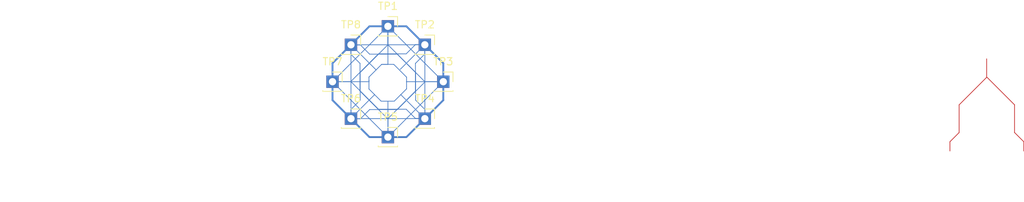
<source format=kicad_pcb>
(kicad_pcb (version 20211014) (generator pcbnew)
  (layers (0 "F.Cu" signal) (31 "B.Cu" signal) (34 "B.Paste" user) (35 "F.Paste" user) (36 "B.SilkS" user "B.Silkscreen") (37 "F.SilkS" user "F.Silkscreen") (38 "B.Mask" user) (39 "F.Mask" user) (44 "Edge.Cuts" user))
  (net 0 "")
  (net 1 "Net-(nor1-Pad1)")
  (footprint "Connector_PinSocket_2.54mm:PinSocket_1x01_P2.54mm_Vertical" (layer "F.Cu") (at 130.81 83.820001)
    (fp_text reference "TP7" (at 0 -2.77) (layer "F.SilkS"))
    (fp_text value "TestPoint_Small")
    (fp_line (start 1.33 -1.33) (end 1.33 0) (layer "F.SilkS") (width 0.12))
    (fp_line (start -1.33 1.33) (end 1.33 1.33) (layer "F.SilkS") (width 0.12))
    (fp_line (start 0 -1.33) (end 1.33 -1.33) (layer "F.SilkS") (width 0.12))
    (fp_line (start -1.33 1.21) (end -1.33 1.33) (layer "F.SilkS") (width 0.12))
    (fp_line (start 1.33 1.21) (end 1.33 1.33) (layer "F.SilkS") (width 0.12))
    (pad "1" thru_hole rect (at 0 0) (size 1.7 1.7) (drill 1) (layers *.Cu *.Mask) (net 1 "Net-(nor1-Pad1)"))
  )
  (footprint "Connector_PinSocket_2.54mm:PinSocket_1x01_P2.54mm_Vertical" (layer "F.Cu") (at 138.43 91.440001)
    (fp_text reference "TP5" (at 0 -2.77) (layer "F.SilkS"))
    (fp_text value "TestPoint_Small")
    (fp_line (start 0 -1.33) (end 1.33 -1.33) (layer "F.SilkS") (width 0.12))
    (fp_line (start 1.33 -1.33) (end 1.33 0) (layer "F.SilkS") (width 0.12))
    (fp_line (start -1.33 1.21) (end -1.33 1.33) (layer "F.SilkS") (width 0.12))
    (fp_line (start -1.33 1.33) (end 1.33 1.33) (layer "F.SilkS") (width 0.12))
    (fp_line (start 1.33 1.21) (end 1.33 1.33) (layer "F.SilkS") (width 0.12))
    (pad "1" thru_hole rect (at 0 0) (size 1.7 1.7) (drill 1) (layers *.Cu *.Mask) (net 1 "Net-(nor1-Pad1)"))
  )
  (footprint "Connector_PinSocket_2.54mm:PinSocket_1x01_P2.54mm_Vertical" (layer "F.Cu") (at 146.050001 83.820002)
    (fp_text reference "TP3" (at 0 -2.77) (layer "F.SilkS"))
    (fp_text value "TestPoint_Small")
    (fp_line (start 1.33 -1.33) (end 1.33 0) (layer "F.SilkS") (width 0.12))
    (fp_line (start 0 -1.33) (end 1.33 -1.33) (layer "F.SilkS") (width 0.12))
    (fp_line (start -1.33 1.21) (end -1.33 1.33) (layer "F.SilkS") (width 0.12))
    (fp_line (start 1.33 1.21) (end 1.33 1.33) (layer "F.SilkS") (width 0.12))
    (fp_line (start -1.33 1.33) (end 1.33 1.33) (layer "F.SilkS") (width 0.12))
    (pad "1" thru_hole rect (at 0 0) (size 1.7 1.7) (drill 1) (layers *.Cu *.Mask) (net 1 "Net-(nor1-Pad1)"))
  )
  (footprint "Connector_PinSocket_2.54mm:PinSocket_1x01_P2.54mm_Vertical" (layer "F.Cu") (at 138.429999 76.200001)
    (fp_text reference "TP1" (at 0 -2.77) (layer "F.SilkS"))
    (fp_text value "TestPoint_Small")
    (fp_line (start 1.33 1.21) (end 1.33 1.33) (layer "F.SilkS") (width 0.12))
    (fp_line (start 0 -1.33) (end 1.33 -1.33) (layer "F.SilkS") (width 0.12))
    (fp_line (start -1.33 1.33) (end 1.33 1.33) (layer "F.SilkS") (width 0.12))
    (fp_line (start -1.33 1.21) (end -1.33 1.33) (layer "F.SilkS") (width 0.12))
    (fp_line (start 1.33 -1.33) (end 1.33 0) (layer "F.SilkS") (width 0.12))
    (pad "1" thru_hole rect (at 0 0) (size 1.7 1.7) (drill 1) (layers *.Cu *.Mask) (net 1 "Net-(nor1-Pad1)"))
  )
  (footprint "Connector_PinSocket_2.54mm:PinSocket_1x01_P2.54mm_Vertical" (layer "F.Cu") (at 133.349999 78.74)
    (fp_text reference "TP8" (at 0 -2.77) (layer "F.SilkS"))
    (fp_text value "TestPoint_Small")
    (fp_line (start -1.33 1.21) (end -1.33 1.33) (layer "F.SilkS") (width 0.12))
    (fp_line (start 1.33 1.21) (end 1.33 1.33) (layer "F.SilkS") (width 0.12))
    (fp_line (start -1.33 1.33) (end 1.33 1.33) (layer "F.SilkS") (width 0.12))
    (fp_line (start 1.33 -1.33) (end 1.33 0) (layer "F.SilkS") (width 0.12))
    (fp_line (start 0 -1.33) (end 1.33 -1.33) (layer "F.SilkS") (width 0.12))
    (pad "1" thru_hole rect (at 0 0) (size 1.7 1.7) (drill 1) (layers *.Cu *.Mask) (net 1 "Net-(nor1-Pad1)"))
  )
  (footprint "Connector_PinSocket_2.54mm:PinSocket_1x01_P2.54mm_Vertical" (layer "F.Cu") (at 133.35 88.899999)
    (fp_text reference "TP6" (at 0 -2.77) (layer "F.SilkS"))
    (fp_text value "TestPoint_Small")
    (fp_line (start -1.33 1.21) (end -1.33 1.33) (layer "F.SilkS") (width 0.12))
    (fp_line (start -1.33 1.33) (end 1.33 1.33) (layer "F.SilkS") (width 0.12))
    (fp_line (start 0 -1.33) (end 1.33 -1.33) (layer "F.SilkS") (width 0.12))
    (fp_line (start 1.33 1.21) (end 1.33 1.33) (layer "F.SilkS") (width 0.12))
    (fp_line (start 1.33 -1.33) (end 1.33 0) (layer "F.SilkS") (width 0.12))
    (pad "1" thru_hole rect (at 0 0) (size 1.7 1.7) (drill 1) (layers *.Cu *.Mask) (net 1 "Net-(nor1-Pad1)"))
  )
  (footprint "Connector_PinSocket_2.54mm:PinSocket_1x01_P2.54mm_Vertical" (layer "F.Cu") (at 143.509999 78.74)
    (fp_text reference "TP2" (at 0 -2.77) (layer "F.SilkS"))
    (fp_text value "TestPoint_Small")
    (fp_line (start 0 -1.33) (end 1.33 -1.33) (layer "F.SilkS") (width 0.12))
    (fp_line (start 1.33 -1.33) (end 1.33 0) (layer "F.SilkS") (width 0.12))
    (fp_line (start -1.33 1.33) (end 1.33 1.33) (layer "F.SilkS") (width 0.12))
    (fp_line (start -1.33 1.21) (end -1.33 1.33) (layer "F.SilkS") (width 0.12))
    (fp_line (start 1.33 1.21) (end 1.33 1.33) (layer "F.SilkS") (width 0.12))
    (pad "1" thru_hole rect (at 0 0) (size 1.7 1.7) (drill 1) (layers *.Cu *.Mask) (net 1 "Net-(nor1-Pad1)"))
  )
  (footprint "Connector_PinSocket_2.54mm:PinSocket_1x01_P2.54mm_Vertical" (layer "F.Cu") (at 143.509999 88.9)
    (fp_text reference "TP4" (at 0 -2.77) (layer "F.SilkS"))
    (fp_text value "TestPoint_Small")
    (fp_line (start -1.33 1.33) (end 1.33 1.33) (layer "F.SilkS") (width 0.12))
    (fp_line (start 1.33 1.21) (end 1.33 1.33) (layer "F.SilkS") (width 0.12))
    (fp_line (start 0 -1.33) (end 1.33 -1.33) (layer "F.SilkS") (width 0.12))
    (fp_line (start 1.33 -1.33) (end 1.33 0) (layer "F.SilkS") (width 0.12))
    (fp_line (start -1.33 1.21) (end -1.33 1.33) (layer "F.SilkS") (width 0.12))
    (pad "1" thru_hole rect (at 0 0) (size 1.7 1.7) (drill 1) (layers *.Cu *.Mask) (net 1 "Net-(nor1-Pad1)"))
  )
  (segment (start 220.785602 80.674398) (end 220.785602 83.214398) (width 0.1) (layer "F.Cu") (net 1))
  (segment (start 217 90.81) (end 215.73 92.08) (width 0.1) (layer "F.Cu") (net 1))
  (segment (start 224.62 90.81) (end 224.62 87) (width 0.1) (layer "F.Cu") (net 1))
  (segment (start 215.73 92.08) (end 215.73 93.35) (width 0.1) (layer "F.Cu") (net 1))
  (segment (start 224.62 87) (end 220.81 83.19) (width 0.1) (layer "F.Cu") (net 1))
  (segment (start 225.89 92.08) (end 224.62 90.81) (width 0.1) (layer "F.Cu") (net 1))
  (segment (start 220.785602 83.214398) (end 217 87) (width 0.1) (layer "F.Cu") (net 1))
  (segment (start 217 87) (end 217 90.81) (width 0.1) (layer "F.Cu") (net 1))
  (segment (start 225.89 93.35) (end 225.89 92.08) (width 0.1) (layer "F.Cu") (net 1))
  (segment (start 138.405602 78.764399) (end 134.620001 82.550001) (width 0.1) (layer "B.Cu") (net 1))
  (segment (start 130.81 83.820001) (end 138.43 91.440001) (width 0.1) (layer "B.Cu") (net 1))
  (segment (start 143.509999 78.74) (end 146.05 81.28) (width 0.25) (layer "B.Cu") (net 1))
  (segment (start 143.509999 88.9) (end 140.97 91.440001) (width 0.25) (layer "B.Cu") (net 1))
  (segment (start 133.325602 80.034399) (end 134.595602 81.304399) (width 0.1) (layer "B.Cu") (net 1))
  (segment (start 134.620001 82.550001) (end 134.62 86.36) (width 0.1) (layer "B.Cu") (net 1))
  (segment (start 138.43 88.900001) (end 142.215602 85.114399) (width 0.1) (layer "B.Cu") (net 1))
  (segment (start 140.945603 79.985603) (end 137.135602 79.985603) (width 0.1) (layer "B.Cu") (net 1))
  (segment (start 130.81 83.820001) (end 130.81 81.28) (width 0.25) (layer "B.Cu") (net 1))
  (segment (start 133.35 88.85) (end 136.6 85.6) (width 0.1) (layer "B.Cu") (net 1))
  (segment (start 134.62 86.36) (end 133.349999 87.630001) (width 0.1) (layer "B.Cu") (net 1))
  (segment (start 140.97 76.2) (end 143.509999 78.74) (width 0.25) (layer "B.Cu") (net 1))
  (segment (start 135.914398 87.654399) (end 139.724398 87.654398) (width 0.1) (layer "B.Cu") (net 1))
  (segment (start 140.2 85.6) (end 139.3 86.5) (width 0.1) (layer "B.Cu") (net 1))
  (segment (start 138.429999 76.200001) (end 130.81 83.820001) (width 0.1) (layer "B.Cu") (net 1))
  (segment (start 133.325602 78.764399) (end 133.325602 80.034399) (width 0.1) (layer "B.Cu") (net 1))
  (segment (start 138.43 78.740001) (end 138.429999 76.200001) (width 0.1) (layer "B.Cu") (net 1))
  (segment (start 133.349999 78.74) (end 143.509999 78.74) (width 0.1) (layer "B.Cu") (net 1))
  (segment (start 135.914398 80.034399) (end 134.644398 78.764399) (width 0.1) (layer "B.Cu") (net 1))
  (segment (start 138.405601 76.224399) (end 138.405602 78.764399) (width 0.1) (layer "B.Cu") (net 1))
  (segment (start 142.215602 81.304399) (end 143.485602 80.034399) (width 0.1) (layer "B.Cu") (net 1))
  (segment (start 136.804999 82.195001) (end 133.349999 78.74) (width 0.1) (layer "B.Cu") (net 1))
  (segment (start 134.595602 81.304399) (end 134.595602 85.114399) (width 0.1) (layer "B.Cu") (net 1))
  (segment (start 135.89 91.440001) (end 133.35 88.899999) (width 0.25) (layer "B.Cu") (net 1))
  (segment (start 135.820001 84.820001) (end 136.6 85.6) (width 0.1) (layer "B.Cu") (net 1))
  (segment (start 141 84.8) (end 140.2 85.6) (width 0.1) (layer "B.Cu") (net 1))
  (segment (start 135.820001 83.679999) (end 135.820001 83.820001) (width 0.1) (layer "B.Cu") (net 1))
  (segment (start 133.349999 87.630001) (end 133.35 88.899999) (width 0.1) (layer "B.Cu") (net 1))
  (segment (start 133.83 88.9) (end 133.35 88.42) (width 0.25) (layer "B.Cu") (net 1))
  (segment (start 133.35 88.899999) (end 133.35 88.85) (width 0.1) (layer "B.Cu") (net 1))
  (segment (start 138.429999 76.200001) (end 140.97 76.2) (width 0.25) (layer "B.Cu") (net 1))
  (segment (start 137.135602 87.605603) (end 140.945602 87.605603) (width 0.1) (layer "B.Cu") (net 1))
  (segment (start 130.81 83.820001) (end 133.35 83.820001) (width 0.1) (layer "B.Cu") (net 1))
  (segment (start 134.644398 88.924399) (end 135.914398 87.654399) (width 0.1) (layer "B.Cu") (net 1))
  (segment (start 137.57 81.43) (end 136.804999 82.195001) (width 0.1) (layer "B.Cu") (net 1))
  (segment (start 143.509999 88.9) (end 143.5 88.9) (width 0.1) (layer "B.Cu") (net 1))
  (segment (start 136.6 85.6) (end 137.5 86.5) (width 0.1) (layer "B.Cu") (net 1))
  (segment (start 134.644398 78.764399) (end 133.374398 78.764399) (width 0.1) (layer "B.Cu") (net 1))
  (segment (start 130.81 83.820001) (end 135.820001 83.820001) (width 0.1) (layer "B.Cu") (net 1))
  (segment (start 137.5 86.5) (end 139.3 86.5) (width 0.1) (layer "B.Cu") (net 1))
  (segment (start 146.05 86.36) (end 143.509999 88.9) (width 0.25) (layer "B.Cu") (net 1))
  (segment (start 135.820001 83.179999) (end 135.820001 83.679999) (width 0.1) (layer "B.Cu") (net 1))
  (segment (start 137.135602 79.985603) (end 133.325602 83.795603) (width 0.1) (layer "B.Cu") (net 1))
  (segment (start 133.374398 88.924399) (end 134.644398 88.924399) (width 0.1) (layer "B.Cu") (net 1))
  (segment (start 133.349999 78.74) (end 135.89 76.2) (width 0.25) (layer "B.Cu") (net 1))
  (segment (start 140.97 91.440001) (end 138.43 91.440001) (width 0.25) (layer "B.Cu") (net 1))
  (segment (start 142.215602 78.715603) (end 140.945603 79.985603) (width 0.1) (layer "B.Cu") (net 1))
  (segment (start 135.89 76.2) (end 138.429999 76.200001) (width 0.25) (layer "B.Cu") (net 1))
  (segment (start 139.724398 87.654398) (end 143.534398 83.844399) (width 0.1) (layer "B.Cu") (net 1))
  (segment (start 143.509999 88.9) (end 143.509999 78.74) (width 0.1) (layer "B.Cu") (net 1))
  (segment (start 138.43 81.43) (end 137.57 81.43) (width 0.1) (layer "B.Cu") (net 1))
  (segment (start 142.24 82.55) (end 138.43 78.740001) (width 0.1) (layer "B.Cu") (net 1))
  (segment (start 133.35 83.820001) (end 137.135602 87.605603) (width 0.1) (layer "B.Cu") (net 1))
  (segment (start 138.43 86.57) (end 138.43 91.440001) (width 0.1) (layer "B.Cu") (net 1))
  (segment (start 130.81 86.36) (end 130.81 83.820001) (width 0.25) (layer "B.Cu") (net 1))
  (segment (start 133.35 88.42) (end 133.349999 78.74) (width 0.1) (layer "B.Cu") (net 1))
  (segment (start 141.179998 83.820002) (end 140.969998 83.820002) (width 0.1) (layer "B.Cu") (net 1))
  (segment (start 143.485602 80.034399) (end 143.485602 78.764399) (width 0.1) (layer "B.Cu") (net 1))
  (segment (start 133.35 88.899999) (end 133.35 88.42) (width 0.25) (layer "B.Cu") (net 1))
  (segment (start 146.050001 83.820002) (end 146.05 86.36) (width 0.25) (layer "B.Cu") (net 1))
  (segment (start 142.215602 88.875603) (end 143.485602 88.875603) (width 0.1) (layer "B.Cu") (net 1))
  (segment (start 142.24 86.36) (end 142.24 82.55) (width 0.1) (layer "B.Cu") (net 1))
  (segment (start 138.429999 76.200001) (end 138.405601 76.224399) (width 0.1) (layer "B.Cu") (net 1))
  (segment (start 146.05 81.28) (end 146.050001 83.820002) (width 0.25) (layer "B.Cu") (net 1))
  (segment (start 143.509999 87.63) (end 142.24 86.36) (width 0.1) (layer "B.Cu") (net 1))
  (segment (start 146.050001 83.820002) (end 138.429999 76.200001) (width 0.1) (layer "B.Cu") (net 1))
  (segment (start 143.485602 78.715603) (end 142.215602 78.715603) (width 0.1) (layer "B.Cu") (net 1))
  (segment (start 141 83.2) (end 139.23 81.43) (width 0.1) (layer "B.Cu") (net 1))
  (segment (start 140.945602 87.605603) (end 142.215602 88.875603) (width 0.1) (layer "B.Cu") (net 1))
  (segment (start 130.81 81.28) (end 133.349999 78.74) (width 0.25) (layer "B.Cu") (net 1))
  (segment (start 141 83.2) (end 141 84.8) (width 0.1) (layer "B.Cu") (net 1))
  (segment (start 143.509999 88.9) (end 133.35 88.899999) (width 0.1) (layer "B.Cu") (net 1))
  (segment (start 135.820001 83.679999) (end 135.820001 84.820001) (width 0.1) (layer "B.Cu") (net 1))
  (segment (start 134.595602 85.114399) (end 138.405602 88.924399) (width 0.1) (layer "B.Cu") (net 1))
  (segment (start 137.57 81.43) (end 139.23 81.43) (width 0.1) (layer "B.Cu") (net 1))
  (segment (start 143.51 83.820001) (end 139.724398 80.034399) (width 0.1) (layer "B.Cu") (net 1))
  (segment (start 138.43 91.440001) (end 138.43 88.900001) (width 0.1) (layer "B.Cu") (net 1))
  (segment (start 138.43 91.440001) (end 146.050001 83.820002) (width 0.1) (layer "B.Cu") (net 1))
  (segment (start 146.050001 83.820002) (end 141.179998 83.820002) (width 0.1) (layer "B.Cu") (net 1))
  (segment (start 138.43 91.440001) (end 135.89 91.440001) (width 0.25) (layer "B.Cu") (net 1))
  (segment (start 138.429999 76.200001) (end 138.43 81.43) (width 0.1) (layer "B.Cu") (net 1))
  (segment (start 139.724398 80.034399) (end 135.914398 80.034399) (width 0.1) (layer "B.Cu") (net 1))
  (segment (start 143.509999 88.9) (end 143.509999 87.63) (width 0.1) (layer "B.Cu") (net 1))
  (segment (start 133.35 88.42) (end 132.87 88.42) (width 0.25) (layer "B.Cu") (net 1))
  (segment (start 143.5 88.9) (end 140.2 85.6) (width 0.1) (layer "B.Cu") (net 1))
  (segment (start 132.87 88.42) (end 130.81 86.36) (width 0.25) (layer "B.Cu") (net 1))
  (segment (start 136.804999 82.195001) (end 135.820001 83.179999) (width 0.1) (layer "B.Cu") (net 1))
  (segment (start 140.125 82.125) (end 143.509999 78.74) (width 0.1) (layer "B.Cu") (net 1))
  (segment (start 142.215602 85.114399) (end 142.215602 81.304399) (width 0.1) (layer "B.Cu") (net 1))
  (segment (start 146.050001 83.820002) (end 143.51 83.820001) (width 0.1) (layer "B.Cu") (net 1))
)
</source>
